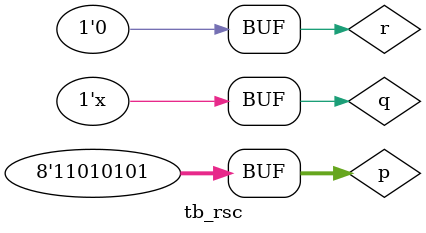
<source format=v>
module rsc(out1,out2,in,clk,reset);
input [7:0]in;
output [7:0] out1;
output [7:0] out2;
input reset;
reg a,b;
reg prev;
input clk;
integer i;
wire [7:0]in;
reg [7:0] out1;
reg [7:0] out2;
initial 
begin
out1 = 0;
out2 = 0;
i=0;
end
always @ (posedge clk)
begin
if (reset == 1)
begin
a = 1'b0;
b = 1'b0;
out1 = 8'b00000000;
out2 = 8'b00000000;

end
else
begin
for (i = 0; i<8; i=i+1)
begin
prev = in[i];
out1[i] = prev ^ b;
out2[i] = prev ^ a ^ b;
b = a;
a = prev;
end 
end
end
endmodule 

module tb_rsc();
reg [7:0]p;
reg q;
reg r;
wire [7:0]s;
wire [7:0]t;
rsc r1(.out1(s),.out2(t),.in(p),.clk(q),.reset(r));
initial
begin
r = 1'b1;
q = 1'b0;
p = 8'b11010101;
#6 r = 1'b0;
end
always 
#5 q = ~q;
endmodule
</source>
